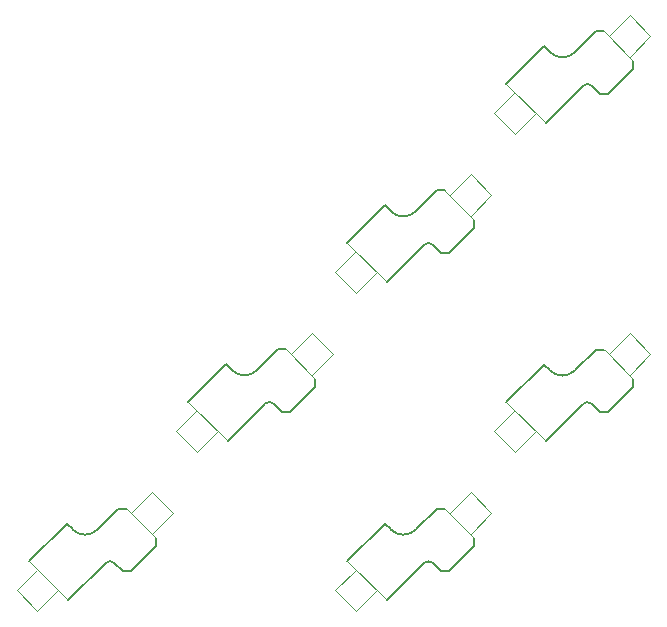
<source format=gbr>
G04 #@! TF.GenerationSoftware,KiCad,Pcbnew,8.0.5*
G04 #@! TF.CreationDate,2024-09-16T20:13:52+09:00*
G04 #@! TF.ProjectId,SandyLP_Plate_Middle,53616e64-794c-4505-9f50-6c6174655f4d,v.0*
G04 #@! TF.SameCoordinates,Original*
G04 #@! TF.FileFunction,AssemblyDrawing,Bot*
%FSLAX46Y46*%
G04 Gerber Fmt 4.6, Leading zero omitted, Abs format (unit mm)*
G04 Created by KiCad (PCBNEW 8.0.5) date 2024-09-16 20:13:52*
%MOMM*%
%LPD*%
G01*
G04 APERTURE LIST*
%ADD10C,0.120000*%
%ADD11C,0.150000*%
G04 APERTURE END LIST*
D10*
X132502553Y-80915560D02*
X134270320Y-79147793D01*
X134270320Y-82683327D02*
X132502553Y-80915560D01*
X133563213Y-78440686D02*
X136886615Y-81764088D01*
X136038087Y-80915560D02*
X134270320Y-82683327D01*
D11*
X136886615Y-81764088D02*
X140068596Y-78582107D01*
X136745194Y-75258705D02*
X133563213Y-78440686D01*
X137240169Y-75753680D02*
X136745194Y-75258705D01*
X140775703Y-78582107D02*
X141482809Y-79289214D01*
X142189916Y-79289214D02*
X141482809Y-79289214D01*
X141129256Y-73985913D02*
X139361489Y-75753680D01*
X144311236Y-77167894D02*
X142189916Y-79289214D01*
X141836363Y-73985913D02*
X141129256Y-73985913D01*
D10*
X141871718Y-74021268D02*
X144311236Y-76460787D01*
X142225271Y-74374822D02*
X143993038Y-72607055D01*
D11*
X144311236Y-76460787D02*
X144311236Y-77167894D01*
D10*
X143993038Y-72607055D02*
X145760805Y-74374822D01*
X145760805Y-74374822D02*
X143993038Y-76142589D01*
X159443322Y-80915560D02*
X161211088Y-79147793D01*
X161211088Y-82683327D02*
X159443322Y-80915560D01*
X145990615Y-67427498D02*
X147758382Y-65659731D01*
X147758382Y-69195265D02*
X145990615Y-67427498D01*
X160503982Y-78440686D02*
X163827384Y-81764088D01*
X162978855Y-80915560D02*
X161211088Y-82683327D01*
D11*
X163827384Y-81764088D02*
X167009364Y-78582107D01*
D10*
X147051275Y-64952624D02*
X150374677Y-68276026D01*
X149526149Y-67427498D02*
X147758382Y-69195265D01*
D11*
X150374677Y-68276026D02*
X153556658Y-65094045D01*
X163685962Y-75258705D02*
X160503982Y-78440686D01*
X164180937Y-75753680D02*
X163685962Y-75258705D01*
X150233256Y-61770643D02*
X147051275Y-64952624D01*
X150728230Y-62265618D02*
X150233256Y-61770643D01*
X167716471Y-78582107D02*
X168423578Y-79289214D01*
X154263764Y-65094045D02*
X154970871Y-65801152D01*
X169130684Y-79289214D02*
X168423578Y-79289214D01*
X155677978Y-65801152D02*
X154970871Y-65801152D01*
X168070024Y-73985913D02*
X166302257Y-75753680D01*
X171252005Y-77167894D02*
X169130684Y-79289214D01*
X154617318Y-60497851D02*
X152849551Y-62265618D01*
X157799298Y-63679832D02*
X155677978Y-65801152D01*
X168777131Y-73985913D02*
X168070024Y-73985913D01*
D10*
X168812486Y-74021268D02*
X171252005Y-76460787D01*
X169166040Y-74374822D02*
X170933807Y-72607055D01*
D11*
X171252005Y-76460787D02*
X171252005Y-77167894D01*
X155324425Y-60497851D02*
X154617318Y-60497851D01*
D10*
X155359780Y-60533207D02*
X157799298Y-62972725D01*
X155713333Y-60886760D02*
X157481100Y-59118993D01*
D11*
X157799298Y-62972725D02*
X157799298Y-63679832D01*
D10*
X170933807Y-72607055D02*
X172701574Y-74374822D01*
X172701574Y-74374822D02*
X170933807Y-76142589D01*
X157481100Y-59118993D02*
X159248867Y-60886760D01*
X159248867Y-60886760D02*
X157481100Y-62654527D01*
X159443322Y-53974791D02*
X161211088Y-52207024D01*
X161211088Y-55742558D02*
X159443322Y-53974791D01*
X172913706Y-67445175D02*
X174681473Y-65677408D01*
X174681473Y-69212942D02*
X172913706Y-67445175D01*
X160503982Y-51499917D02*
X163827384Y-54823319D01*
X162978855Y-53974791D02*
X161211088Y-55742558D01*
D11*
X163827384Y-54823319D02*
X167009364Y-51641339D01*
D10*
X173974366Y-64970302D02*
X177297768Y-68293704D01*
X176449240Y-67445175D02*
X174681473Y-69212942D01*
D11*
X177297768Y-68293704D02*
X180479748Y-65111723D01*
X163685962Y-48317937D02*
X160503982Y-51499917D01*
X164180937Y-48812912D02*
X163685962Y-48317937D01*
X177156346Y-61788321D02*
X173974366Y-64970302D01*
X177651321Y-62283296D02*
X177156346Y-61788321D01*
X167716471Y-51641339D02*
X168423578Y-52348446D01*
X181186855Y-65111723D02*
X181893962Y-65818830D01*
X169130684Y-52348446D02*
X168423578Y-52348446D01*
X182601069Y-65818830D02*
X181893962Y-65818830D01*
X168070024Y-47045145D02*
X166302257Y-48812912D01*
X171252005Y-50227125D02*
X169130684Y-52348446D01*
X181540408Y-60515529D02*
X179772641Y-62283296D01*
X184722389Y-63697509D02*
X182601069Y-65818830D01*
X168777131Y-47045145D02*
X168070024Y-47045145D01*
D10*
X168812486Y-47080500D02*
X171252005Y-49520018D01*
X169166040Y-47434053D02*
X170933807Y-45666287D01*
D11*
X171252005Y-49520018D02*
X171252005Y-50227125D01*
X182247515Y-60515529D02*
X181540408Y-60515529D01*
D10*
X182282871Y-60550884D02*
X184722389Y-62990403D01*
X182636424Y-60904438D02*
X184404191Y-59136671D01*
D11*
X184722389Y-62990403D02*
X184722389Y-63697509D01*
D10*
X170933807Y-45666287D02*
X172701574Y-47434053D01*
X172701574Y-47434053D02*
X170933807Y-49201820D01*
X184404191Y-59136671D02*
X186171958Y-60904438D01*
X186171958Y-60904438D02*
X184404191Y-62672205D01*
X172913706Y-40504407D02*
X174681473Y-38736640D01*
X174681473Y-42272174D02*
X172913706Y-40504407D01*
X173974366Y-38029533D02*
X177297768Y-41352935D01*
X176449240Y-40504407D02*
X174681473Y-42272174D01*
D11*
X177297768Y-41352935D02*
X180479748Y-38170955D01*
X177156346Y-34847553D02*
X173974366Y-38029533D01*
X177651321Y-35342528D02*
X177156346Y-34847553D01*
X181186855Y-38170955D02*
X181893962Y-38878061D01*
X182601069Y-38878061D02*
X181893962Y-38878061D01*
X181540408Y-33574761D02*
X179772641Y-35342528D01*
X184722389Y-36756741D02*
X182601069Y-38878061D01*
X182247515Y-33574761D02*
X181540408Y-33574761D01*
D10*
X182282871Y-33610116D02*
X184722389Y-36049634D01*
X182636424Y-33963669D02*
X184404191Y-32195902D01*
D11*
X184722389Y-36049634D02*
X184722389Y-36756741D01*
D10*
X184404191Y-32195902D02*
X186171958Y-33963669D01*
X186171958Y-33963669D02*
X184404191Y-35731436D01*
D11*
X140068596Y-78582107D02*
G75*
G02*
X140775703Y-78582107I353553J-353555D01*
G01*
X139361489Y-75753680D02*
G75*
G02*
X137240169Y-75753680I-1060660J1060662D01*
G01*
X167009364Y-78582107D02*
G75*
G02*
X167716471Y-78582107I353553J-353555D01*
G01*
X153556658Y-65094045D02*
G75*
G02*
X154263764Y-65094045I353553J-353555D01*
G01*
X166302257Y-75753680D02*
G75*
G02*
X164180937Y-75753680I-1060660J1060662D01*
G01*
X152849551Y-62265618D02*
G75*
G02*
X150728230Y-62265618I-1060660J1060661D01*
G01*
X167009364Y-51641339D02*
G75*
G02*
X167716470Y-51641339I353553J-353553D01*
G01*
X180479748Y-65111723D02*
G75*
G02*
X181186856Y-65111722I353554J-353553D01*
G01*
X166302257Y-48812912D02*
G75*
G02*
X164180937Y-48812912I-1060660J1060660D01*
G01*
X179772641Y-62283296D02*
G75*
G02*
X177651321Y-62283296I-1060660J1060660D01*
G01*
X180479748Y-38170955D02*
G75*
G02*
X181186856Y-38170954I353554J-353553D01*
G01*
X179772641Y-35342528D02*
G75*
G02*
X177651321Y-35342528I-1060660J1060661D01*
G01*
M02*

</source>
